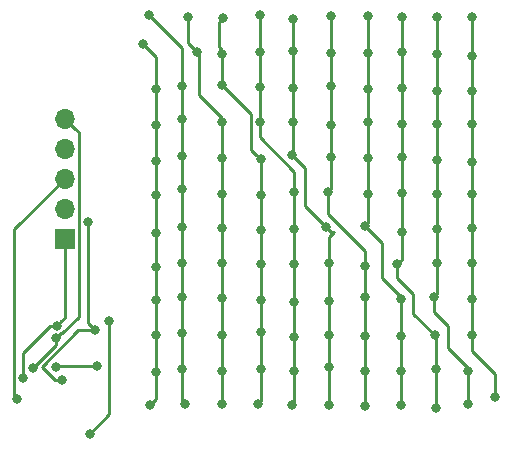
<source format=gbl>
G04 #@! TF.GenerationSoftware,KiCad,Pcbnew,(5.1.2)-2*
G04 #@! TF.CreationDate,2020-03-23T21:36:54-04:00*
G04 #@! TF.ProjectId,test_samd11,74657374-5f73-4616-9d64-31312e6b6963,rev?*
G04 #@! TF.SameCoordinates,Original*
G04 #@! TF.FileFunction,Copper,L2,Bot*
G04 #@! TF.FilePolarity,Positive*
%FSLAX46Y46*%
G04 Gerber Fmt 4.6, Leading zero omitted, Abs format (unit mm)*
G04 Created by KiCad (PCBNEW (5.1.2)-2) date 2020-03-23 21:36:54*
%MOMM*%
%LPD*%
G04 APERTURE LIST*
%ADD10O,1.700000X1.700000*%
%ADD11R,1.700000X1.700000*%
%ADD12C,0.800000*%
%ADD13C,0.250000*%
G04 APERTURE END LIST*
D10*
X41935400Y-38100000D03*
X41935400Y-40640000D03*
X41935400Y-43180000D03*
X41935400Y-45720000D03*
D11*
X41935400Y-48260000D03*
D12*
X38404800Y-60045600D03*
X41241258Y-55662084D03*
X39217600Y-59232800D03*
X41198800Y-56692800D03*
X48514000Y-31750000D03*
X49149000Y-62357000D03*
X49657000Y-59563000D03*
X49657000Y-56388000D03*
X49657000Y-53467000D03*
X49657000Y-50673000D03*
X49657000Y-47752000D03*
X49657000Y-44577000D03*
X49657000Y-41656000D03*
X49657000Y-38608000D03*
X49657000Y-35560000D03*
X49022000Y-29337000D03*
X51816000Y-35306000D03*
X52070000Y-62230000D03*
X51816000Y-59309000D03*
X51816000Y-56261000D03*
X51816000Y-53213000D03*
X51816000Y-50292000D03*
X51816000Y-47244000D03*
X51816000Y-44069000D03*
X51816000Y-41275000D03*
X51816000Y-38100000D03*
X52324000Y-29464000D03*
X55219600Y-62280800D03*
X55219600Y-59486800D03*
X55219600Y-56438800D03*
X55219600Y-53289200D03*
X55219600Y-50292000D03*
X55219600Y-44450000D03*
X55219600Y-38404800D03*
X55219600Y-41402000D03*
X53086000Y-32461200D03*
X55219600Y-47396400D03*
X55346600Y-29591000D03*
X58242200Y-62280800D03*
X58496200Y-59334400D03*
X58496200Y-56210200D03*
X58496200Y-53467000D03*
X58496200Y-50444400D03*
X58496200Y-47548800D03*
X58496200Y-44577000D03*
X58496200Y-41554400D03*
X55245000Y-35255200D03*
X55245000Y-32613600D03*
X58420000Y-29362400D03*
X58420000Y-38404800D03*
X58420000Y-35407600D03*
X58420000Y-32486600D03*
X61315600Y-44348400D03*
X61188600Y-62357000D03*
X61315600Y-59461400D03*
X61315600Y-56616600D03*
X61315600Y-53594000D03*
X61315600Y-50444400D03*
X61315600Y-47472600D03*
X61214000Y-29641800D03*
X61137800Y-41173400D03*
X64058800Y-47294800D03*
X64287400Y-62331600D03*
X64287400Y-59105800D03*
X64287400Y-56413400D03*
X64287400Y-53517800D03*
X64287400Y-50317400D03*
X61214000Y-38379400D03*
X61214000Y-35534600D03*
X61214000Y-32385000D03*
X64439800Y-29438600D03*
X64236600Y-44297600D03*
X64439800Y-41376600D03*
X64439800Y-38633400D03*
X64439800Y-35306000D03*
X64439800Y-32562800D03*
X67310000Y-62433200D03*
X67310000Y-59486800D03*
X67310000Y-56489600D03*
X67310000Y-53187600D03*
X67310000Y-50546000D03*
X67589400Y-29438600D03*
X67335400Y-47193200D03*
X67589400Y-44475400D03*
X67589400Y-41478200D03*
X67589400Y-38379400D03*
X67589400Y-35610800D03*
X67589400Y-32588200D03*
X70383400Y-62357000D03*
X70383400Y-59486800D03*
X70383400Y-56540400D03*
X70383400Y-53340000D03*
X70434200Y-29540200D03*
X70078600Y-50419000D03*
X70434200Y-47726600D03*
X70434200Y-44373800D03*
X70434200Y-41351200D03*
X70434200Y-38582600D03*
X70434200Y-35509200D03*
X70434200Y-32435800D03*
X73355200Y-62585600D03*
X73355200Y-59334400D03*
X73253600Y-56464200D03*
X73431400Y-29489400D03*
X73152000Y-53187600D03*
X73431400Y-50292000D03*
X73431400Y-47421800D03*
X73431400Y-44526200D03*
X73431400Y-41605200D03*
X73431400Y-38531800D03*
X73431400Y-35788600D03*
X73431400Y-32664400D03*
X76098400Y-62280800D03*
X76098400Y-59436000D03*
X76377800Y-29489400D03*
X76377800Y-56388000D03*
X76377800Y-53416200D03*
X76377800Y-50368200D03*
X76377800Y-47396400D03*
X76377800Y-44526200D03*
X76377800Y-41783000D03*
X76377800Y-38582600D03*
X76377800Y-35788600D03*
X76377800Y-32766000D03*
X78308200Y-61696600D03*
X37871400Y-61823600D03*
X44500800Y-56007000D03*
X41667495Y-60244835D03*
X43916600Y-46863000D03*
X44653200Y-59080400D03*
X41173400Y-59131200D03*
X45694600Y-55270400D03*
X44018200Y-64770000D03*
D13*
X41935400Y-48260000D02*
X41935400Y-54967942D01*
X38404800Y-60045600D02*
X38404800Y-57932857D01*
X38404800Y-57932857D02*
X40675573Y-55662084D01*
X41935400Y-54967942D02*
X41641257Y-55262085D01*
X41641257Y-55262085D02*
X41241258Y-55662084D01*
X40675573Y-55662084D02*
X41241258Y-55662084D01*
X41198800Y-57251600D02*
X41198800Y-56692800D01*
X39217600Y-59232800D02*
X41198800Y-57251600D01*
X41198800Y-56692800D02*
X41598799Y-56292801D01*
X41598799Y-56292801D02*
X41725799Y-56292801D01*
X42785399Y-38949999D02*
X41935400Y-38100000D01*
X43110401Y-39275001D02*
X42785399Y-38949999D01*
X43110401Y-54908199D02*
X43110401Y-39275001D01*
X41725799Y-56292801D02*
X43110401Y-54908199D01*
X48514000Y-31750000D02*
X49657000Y-32893000D01*
X49657000Y-61849000D02*
X49149000Y-62357000D01*
X49657000Y-59563000D02*
X49657000Y-61849000D01*
X49657000Y-56388000D02*
X49657000Y-59563000D01*
X49657000Y-53467000D02*
X49657000Y-56388000D01*
X49657000Y-50673000D02*
X49657000Y-53467000D01*
X49657000Y-47752000D02*
X49657000Y-50673000D01*
X49657000Y-44577000D02*
X49657000Y-47752000D01*
X49657000Y-41656000D02*
X49657000Y-44577000D01*
X49657000Y-38608000D02*
X49657000Y-41656000D01*
X49657000Y-32893000D02*
X49657000Y-35560000D01*
X49657000Y-35560000D02*
X49657000Y-38608000D01*
X49022000Y-29337000D02*
X51816000Y-32131000D01*
X51816000Y-32131000D02*
X51816000Y-35306000D01*
X51816000Y-61976000D02*
X52070000Y-62230000D01*
X51816000Y-59309000D02*
X51816000Y-61976000D01*
X51816000Y-56261000D02*
X51816000Y-59309000D01*
X51816000Y-53213000D02*
X51816000Y-56261000D01*
X51816000Y-50292000D02*
X51816000Y-53213000D01*
X51816000Y-47244000D02*
X51816000Y-50292000D01*
X51816000Y-44069000D02*
X51816000Y-47244000D01*
X51816000Y-41275000D02*
X51816000Y-44069000D01*
X51816000Y-35306000D02*
X51816000Y-38100000D01*
X51816000Y-38100000D02*
X51816000Y-41275000D01*
X52324000Y-29464000D02*
X52324000Y-31699200D01*
X53263800Y-32639000D02*
X53263800Y-36068000D01*
X53263800Y-36068000D02*
X55219600Y-38023800D01*
X55219600Y-59486800D02*
X55219600Y-62280800D01*
X55219600Y-56438800D02*
X55219600Y-59486800D01*
X55219600Y-53289200D02*
X55219600Y-56438800D01*
X55219600Y-50292000D02*
X55219600Y-53289200D01*
X55219600Y-38023800D02*
X55219600Y-38404800D01*
X55219600Y-38404800D02*
X55219600Y-41402000D01*
X55219600Y-41402000D02*
X55219600Y-44450000D01*
X52324000Y-31699200D02*
X53086000Y-32461200D01*
X53086000Y-32461200D02*
X53263800Y-32639000D01*
X55219600Y-44450000D02*
X55219600Y-47396400D01*
X55219600Y-47396400D02*
X55219600Y-50292000D01*
X54946601Y-29990999D02*
X54946601Y-32035801D01*
X55346600Y-29591000D02*
X54946601Y-29990999D01*
X54946601Y-32035801D02*
X55245000Y-32334200D01*
X58496200Y-62026800D02*
X58242200Y-62280800D01*
X58496200Y-59334400D02*
X58496200Y-62026800D01*
X58496200Y-56210200D02*
X58496200Y-59334400D01*
X58496200Y-53467000D02*
X58496200Y-56210200D01*
X58496200Y-50444400D02*
X58496200Y-53467000D01*
X58496200Y-47548800D02*
X58496200Y-50444400D01*
X58496200Y-44577000D02*
X58496200Y-47548800D01*
X58496200Y-41554400D02*
X58496200Y-44577000D01*
X55245000Y-32334200D02*
X55245000Y-32613600D01*
X55245000Y-32613600D02*
X55245000Y-35255200D01*
X57694998Y-40753198D02*
X58096201Y-41154401D01*
X58096201Y-41154401D02*
X58496200Y-41554400D01*
X57694998Y-37705198D02*
X57694998Y-40753198D01*
X55245000Y-35255200D02*
X57694998Y-37705198D01*
X58420000Y-29362400D02*
X58420000Y-29928085D01*
X58420000Y-35407600D02*
X58420000Y-38404800D01*
X58420000Y-29928085D02*
X58420000Y-32486600D01*
X58420000Y-32486600D02*
X58420000Y-35407600D01*
X58420000Y-38404800D02*
X58420000Y-39700200D01*
X58420000Y-39700200D02*
X61315600Y-42595800D01*
X61315600Y-42595800D02*
X61315600Y-44348400D01*
X61315600Y-62230000D02*
X61188600Y-62357000D01*
X61315600Y-59461400D02*
X61315600Y-62230000D01*
X61315600Y-56616600D02*
X61315600Y-59461400D01*
X61315600Y-53594000D02*
X61315600Y-56616600D01*
X61315600Y-50444400D02*
X61315600Y-53594000D01*
X61315600Y-44348400D02*
X61315600Y-47472600D01*
X61315600Y-47472600D02*
X61315600Y-50444400D01*
X61214000Y-41097200D02*
X61137800Y-41173400D01*
X61137800Y-41173400D02*
X62230000Y-42265600D01*
X62230000Y-42265600D02*
X62230000Y-45466000D01*
X62230000Y-45466000D02*
X64058800Y-47294800D01*
X64458799Y-47694799D02*
X64725601Y-47694799D01*
X64058800Y-47294800D02*
X64458799Y-47694799D01*
X64725601Y-47694799D02*
X64287400Y-48133000D01*
X64287400Y-59105800D02*
X64287400Y-62331600D01*
X64287400Y-56413400D02*
X64287400Y-59105800D01*
X64287400Y-53517800D02*
X64287400Y-56413400D01*
X64287400Y-48133000D02*
X64287400Y-50317400D01*
X64287400Y-50317400D02*
X64287400Y-53517800D01*
X61214000Y-38379400D02*
X61214000Y-41097200D01*
X61214000Y-35534600D02*
X61214000Y-38379400D01*
X61214000Y-29641800D02*
X61214000Y-32385000D01*
X61214000Y-32385000D02*
X61214000Y-35534600D01*
X64439800Y-44094400D02*
X64236600Y-44297600D01*
X64439800Y-41376600D02*
X64439800Y-44094400D01*
X64439800Y-38633400D02*
X64439800Y-41376600D01*
X64439800Y-35306000D02*
X64439800Y-38633400D01*
X64439800Y-29438600D02*
X64439800Y-32562800D01*
X64439800Y-32562800D02*
X64439800Y-35306000D01*
X64236600Y-44297600D02*
X64236600Y-46202600D01*
X64236600Y-46202600D02*
X67310000Y-49276000D01*
X67310000Y-59486800D02*
X67310000Y-62433200D01*
X67310000Y-56489600D02*
X67310000Y-59486800D01*
X67310000Y-53187600D02*
X67310000Y-56489600D01*
X67310000Y-49276000D02*
X67310000Y-50546000D01*
X67310000Y-50546000D02*
X67310000Y-53187600D01*
X67589400Y-46939200D02*
X67335400Y-47193200D01*
X67589400Y-44475400D02*
X67589400Y-46939200D01*
X67589400Y-41478200D02*
X67589400Y-44475400D01*
X67589400Y-38379400D02*
X67589400Y-41478200D01*
X67589400Y-35610800D02*
X67589400Y-38379400D01*
X67589400Y-29438600D02*
X67589400Y-32588200D01*
X67589400Y-32588200D02*
X67589400Y-35610800D01*
X67335400Y-47193200D02*
X68757800Y-48615600D01*
X68757800Y-48615600D02*
X68757800Y-51587400D01*
X68757800Y-51587400D02*
X70383400Y-53213000D01*
X70383400Y-59486800D02*
X70383400Y-62357000D01*
X70383400Y-56540400D02*
X70383400Y-59486800D01*
X70383400Y-53213000D02*
X70383400Y-53340000D01*
X70383400Y-53340000D02*
X70383400Y-56540400D01*
X70434200Y-50063400D02*
X70078600Y-50419000D01*
X70434200Y-47726600D02*
X70434200Y-50063400D01*
X70434200Y-44373800D02*
X70434200Y-47726600D01*
X70434200Y-41351200D02*
X70434200Y-44373800D01*
X70434200Y-38582600D02*
X70434200Y-41351200D01*
X70434200Y-35509200D02*
X70434200Y-38582600D01*
X70434200Y-29540200D02*
X70434200Y-32435800D01*
X70434200Y-32435800D02*
X70434200Y-35509200D01*
X70078600Y-50419000D02*
X70078600Y-51612800D01*
X70078600Y-51612800D02*
X71399400Y-52933600D01*
X71399400Y-52933600D02*
X71399400Y-54610000D01*
X73355200Y-56565800D02*
X73355200Y-59334400D01*
X73355200Y-59334400D02*
X73355200Y-62585600D01*
X71399400Y-54610000D02*
X73253600Y-56464200D01*
X73253600Y-56464200D02*
X73355200Y-56565800D01*
X73431400Y-52908200D02*
X73152000Y-53187600D01*
X73431400Y-50292000D02*
X73431400Y-52908200D01*
X73431400Y-47421800D02*
X73431400Y-50292000D01*
X73431400Y-44526200D02*
X73431400Y-47421800D01*
X73431400Y-41605200D02*
X73431400Y-44526200D01*
X73431400Y-38531800D02*
X73431400Y-41605200D01*
X73431400Y-35788600D02*
X73431400Y-38531800D01*
X73431400Y-29489400D02*
X73431400Y-32664400D01*
X73431400Y-32664400D02*
X73431400Y-35788600D01*
X73152000Y-53187600D02*
X73152000Y-54457600D01*
X73152000Y-54457600D02*
X74345800Y-55651400D01*
X74345800Y-55651400D02*
X74345800Y-57505600D01*
X74345800Y-57505600D02*
X76098400Y-59258200D01*
X76098400Y-59258200D02*
X76098400Y-59436000D01*
X76098400Y-59436000D02*
X76098400Y-62280800D01*
X76377800Y-53416200D02*
X76377800Y-56388000D01*
X76377800Y-50368200D02*
X76377800Y-53416200D01*
X76377800Y-47396400D02*
X76377800Y-50368200D01*
X76377800Y-44526200D02*
X76377800Y-47396400D01*
X76377800Y-41783000D02*
X76377800Y-44526200D01*
X76377800Y-38582600D02*
X76377800Y-41783000D01*
X76377800Y-35788600D02*
X76377800Y-38582600D01*
X76377800Y-29489400D02*
X76377800Y-32766000D01*
X76377800Y-32766000D02*
X76377800Y-35788600D01*
X76377800Y-56388000D02*
X76377800Y-57785000D01*
X76377800Y-57785000D02*
X78308200Y-59715400D01*
X78308200Y-59715400D02*
X78308200Y-61696600D01*
X37642800Y-61595000D02*
X37871400Y-61823600D01*
X41935400Y-43180000D02*
X37642800Y-47472600D01*
X37642800Y-47472600D02*
X37642800Y-61595000D01*
X39979600Y-59107210D02*
X43079810Y-56007000D01*
X43079810Y-56007000D02*
X43935115Y-56007000D01*
X43935115Y-56007000D02*
X44500800Y-56007000D01*
X39979600Y-59112685D02*
X39979600Y-59107210D01*
X41090315Y-60223400D02*
X39979600Y-59112685D01*
X41656000Y-60223400D02*
X41090315Y-60223400D01*
X43916600Y-55422800D02*
X44500800Y-56007000D01*
X43916600Y-46863000D02*
X43916600Y-55422800D01*
X44653200Y-59080400D02*
X41224200Y-59080400D01*
X41224200Y-59080400D02*
X41173400Y-59131200D01*
X45694600Y-55270400D02*
X45694600Y-63093600D01*
X45694600Y-63093600D02*
X44018200Y-64770000D01*
M02*

</source>
